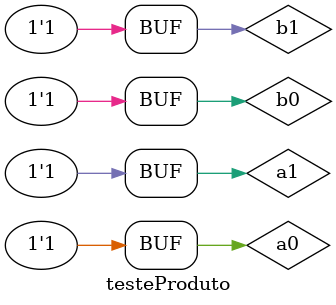
<source format=v>


module meiasoma (s0, s1, a, b);

 output s0,s1;
 input a, b;
 xor (s0,a,b);
 and (s1,a,b);
 
endmodule

// ---------------------
// -- SOMA COMPLETA
// ---------------------
module somaCompleta (s0, s1, a, b, c );

input a, b, c;
output s0, s1;

meiasoma HA1 (r,c1,a,b);
meiasoma HA2 (s0,c2,r,c);
or (s1,c2,c1);

endmodule

// ---------------------
// --Produto
// ---------------------
module produto (s0, cout, e0, e1, e2, e3, cin);

input e0, e1, e2, e3, cin;
output s0, cout;
and AND1 (p1,e0, e1);
and AND2 (p2,e2,e3);
somaCompleta soma (s0,cout,p1,p2,cin);

endmodule

// ---------------------
// --Produto Completo 2bits
// ---------------------
module produtoCompleto (s3, s2, s1, s0, a0, a1, b0, b1);

input a0, a1, b0, b1;
output s3, s2, s1, s0;
reg  p = 0;
produto P1 (s0,cout1,p,p,a0,b0,p);
produto P2 (s1,cout2,a0,b1,a1,b0,cout1);
produto P3 (s2,s3,a1,b1,p,p,cout2 );

endmodule



module testeProduto ( );

reg a0, a1, b0, b1;
wire s3, s2, s1, s0;

produtoCompleto Pt (s3, s2, s1, s0, a0, a1, b0, b1);

  
  initial begin:start
   a0=0; a1=0; b0=0; b1=0; 
  end

  initial begin: main
 
   $display("Exercicio 02");
   $display("Celso R Franca Jr - 404590");
   $display("\n  Produto");
	$display("aa - bb = ss");	
   $display("_________________\n");
	$monitor("%b%b - %b%b = %b%b%b%b",a1, a0, b1, b0, s3, s2, s1, s0 );
   
	 
   #1 a0=0; a1=0; b0=0; b1=0; 
	#1 a0=0; a1=0; b0=0; b1=1;
	#1 a0=0; a1=0; b0=1; b1=0;
	#1 a0=0; a1=0; b0=1; b1=1;
   #1 a0=0; a1=1; b0=0; b1=0;
	#1 a0=0; a1=1; b0=0; b1=1;
   #1 a0=0; a1=1; b0=1; b1=0; 
	#1 a0=0; a1=1; b0=1; b1=1;
   #1 a0=1; a1=0; b0=0; b1=0;
	#1 a0=1; a1=0; b0=0; b1=1;
   #1 a0=1; a1=0; b0=1; b1=0;
   #1 a0=1; a1=0; b0=1; b1=1;
	#1 a0=1; a1=1; b0=0; b1=0;
	#1 a0=1; a1=1; b0=0; b1=1;
	#1 a0=1; a1=1; b0=1; b1=0;
	#1 a0=1; a1=1; b0=1; b1=1;
	
   #1 $display("_________________");
    
  end
endmodule
</source>
